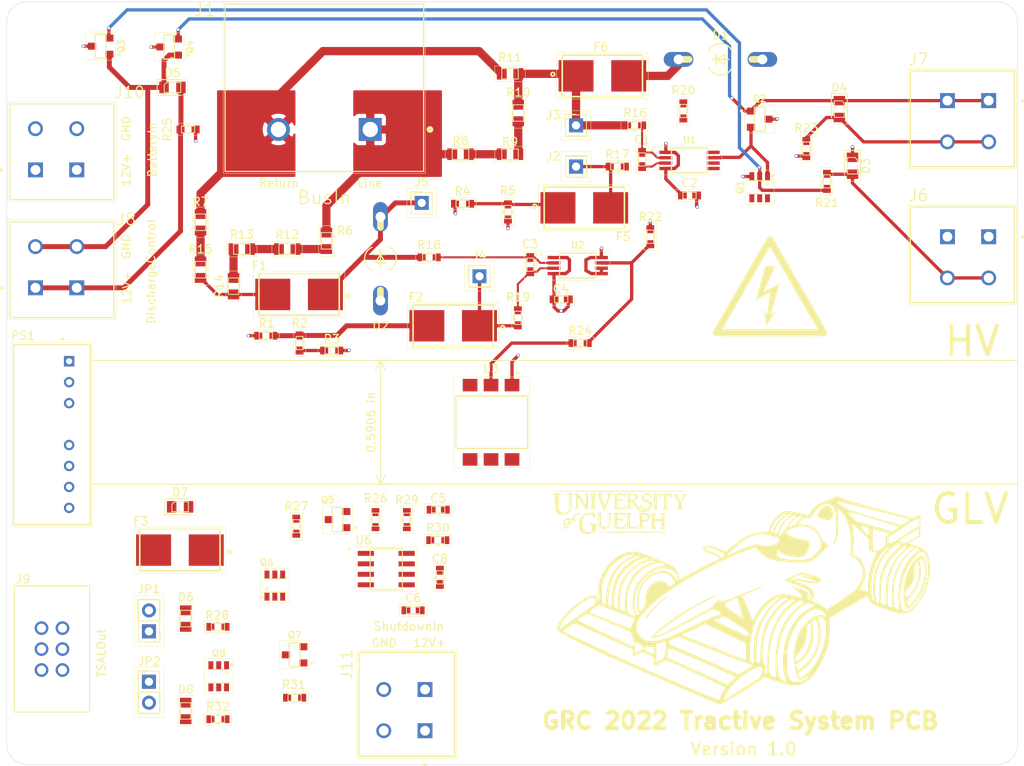
<source format=kicad_pcb>
(kicad_pcb (version 20171130) (host pcbnew "(5.1.12)-1")
  (layers (0 F.Cu signal) (1 GND power hide) (2 PWR power hide) (31 B.Cu signal) (34 B.Paste user) (35 F.Paste user) (36 B.SilkS user) (37 F.SilkS user) (38 B.Mask user) (39 F.Mask user) (44 Edge.Cuts user))
  (net 0 "")
  (net 1 /LM311V+)
  (net 2 /LM311V-)
  (net 3 VCC)
  (net 4 "Net-(C6-Pad1)")
  (net 5 +12V)
  (net 6 /TSALBus)
  (net 7 /TSALREF)
  (net 8 BusReturn)
  (net 9 BusLine)
  (net 10 Green+)
  (net 11 GLV+)
  (net 12 GLV-)
  (net 13 RED+)
  (net 14 Shutdown+)
  (net 15 "Net-(PS1-Pad5)")
  (net 16 "Net-(PS1-Pad8)")
  (net 17 "Net-(Q5-Pad2)")
  (net 18 "Net-(R2-Pad1)")
  (net 19 "Net-(R12-Pad2)")
  (net 20 "Net-(R15-Pad2)")
  (net 21 "Net-(R8-Pad2)")
  (net 22 "Net-(R10-Pad1)")
  (net 23 "Net-(R12-Pad1)")
  (net 24 "Net-(R13-Pad2)")
  (net 25 /CompOut)
  (net 26 "Net-(R24-Pad2)")
  (net 27 "Net-(U3-Pad6)")
  (net 28 "Net-(U3-Pad3)")
  (net 29 /PrechargeV-)
  (net 30 /PreChargeV+)
  (net 31 /PrechargeOUT)
  (net 32 /PrechargeTP-)
  (net 33 /PrechargeRef)
  (net 34 AIROn)
  (net 35 PreChargeOn)
  (net 36 GND)
  (net 37 /PreChargePullup)
  (net 38 /555Trigger)
  (net 39 /PrechargeRelayOut)
  (net 40 /AIROut)
  (net 41 /DischargeOut)
  (net 42 /DischargeIn)
  (net 43 /OBLEDResistorGreen)
  (net 44 /OBLEDGreen)
  (net 45 /OBLEDRed)
  (net 46 /OBLEDResistorRed)
  (net 47 /TSALRef)
  (net 48 /TSALCommon)
  (net 49 /Ec3Out+)
  (net 50 /555Reset)
  (net 51 /555Ouput)
  (net 52 /555Drive)
  (net 53 /555DischargePullup)
  (module GRC2022:TRANS_MMBT2907A (layer F.Cu) (at 129.2 36.5 180)
    (fp_text reference Q4 (at -2.5 0 270) (layer F.SilkS) (effects (font (size 0.8 0.8))))
    (fp_text value 2N7002)
    (pad 2 smd rect (at -1.05 0.98 90) (size 0.85 1) (layers F.Cu F.Paste F.Mask) (net 34 AIROn))
    (pad 1 smd rect (at -1.05 -0.98 90) (size 0.85 1) (layers F.Cu F.Paste F.Mask) (net 42 /DischargeIn))
    (pad 3 smd rect (at 1.05 0 90) (size 0.85 1) (layers F.Cu F.Paste F.Mask) (net 5 +12V))
  )
  (module Footprints:PCB (layer F.Cu) (at 198.8 103.6)
    (fp_text reference G*** hide)
    (fp_text value LOGO hide)
  )
  (module Footprints:UofGLogo (layer F.Cu) (at 183.8 93)
    (fp_text reference G*** hide)
    (fp_text value LOGO hide)
  )
  (module Footprints:HVLogo (layer F.Cu) (at 202 65.5)
    (fp_text reference G*** hide)
    (fp_text value LOGO hide)
  )
  (module GRC2022:CUI_TBL001-500-02GY-2GY (layer F.Cu) (at 160.2 119.4 180)
    (fp_text reference J11 (at 9.5 8 90) (layer F.SilkS) (effects (font (size 1.4 1.4))))
    (fp_text value ShutdownIn)
    (pad 2 thru_hole circle (at 5 5 180) (size 1.8 1.8) (drill 1.2) (layers *.Cu *.Mask) (net 11 GLV+))
    (pad 1 thru_hole rect (at 0 5 180) (size 1.8 1.8) (drill 1.2) (layers *.Cu *.Mask) (net 14 Shutdown+))
    (pad 2 thru_hole circle (at 5 0 180) (size 1.8 1.8) (drill 1.2) (layers *.Cu *.Mask) (net 11 GLV+))
    (pad 1 thru_hole rect (at 0 0 180) (size 1.8 1.8) (drill 1.2) (layers *.Cu *.Mask) (net 14 Shutdown+))
  )
  (module GRC2022:CUI_TBL001-500-02GY-2GY (layer F.Cu) (at 113 51.4 90)
    (fp_text reference J10 (at 9.4 11.4) (layer F.SilkS) (effects (font (size 1.4 1.4))))
    (fp_text value BatteryIn)
    (pad 2 thru_hole circle (at 5 5 90) (size 1.8 1.8) (drill 1.2) (layers *.Cu *.Mask) (net 36 GND))
    (pad 1 thru_hole rect (at 0 5 90) (size 1.8 1.8) (drill 1.2) (layers *.Cu *.Mask) (net 5 +12V))
    (pad 2 thru_hole circle (at 5 0 90) (size 1.8 1.8) (drill 1.2) (layers *.Cu *.Mask) (net 36 GND))
    (pad 1 thru_hole rect (at 0 0 90) (size 1.8 1.8) (drill 1.2) (layers *.Cu *.Mask) (net 5 +12V))
  )
  (module GRC2022:CUI_TBL001-500-02GY-2GY (layer F.Cu) (at 113 65.7 90)
    (fp_text reference J8 (at 8.3 11) (layer F.SilkS) (effects (font (size 1.4 1.4))))
    (fp_text value "Discharge Relay Out")
    (pad 2 thru_hole circle (at 5 5 90) (size 1.8 1.8) (drill 1.2) (layers *.Cu *.Mask) (net 42 /DischargeIn))
    (pad 1 thru_hole rect (at 0 5 90) (size 1.8 1.8) (drill 1.2) (layers *.Cu *.Mask) (net 41 /DischargeOut))
    (pad 2 thru_hole circle (at 5 0 90) (size 1.8 1.8) (drill 1.2) (layers *.Cu *.Mask) (net 42 /DischargeIn))
    (pad 1 thru_hole rect (at 0 0 90) (size 1.8 1.8) (drill 1.2) (layers *.Cu *.Mask) (net 41 /DischargeOut))
  )
  (module GRC2022:CUI_TBL001-500-02GY-2GY (layer F.Cu) (at 228.5 43 270)
    (fp_text reference J7 (at -5 8.5 180) (layer F.SilkS) (effects (font (size 1.4 1.4))))
    (fp_text value AIROut)
    (pad 2 thru_hole circle (at 5 5 270) (size 1.8 1.8) (drill 1.2) (layers *.Cu *.Mask) (net 40 /AIROut))
    (pad 1 thru_hole rect (at 0 5 270) (size 1.8 1.8) (drill 1.2) (layers *.Cu *.Mask) (net 34 AIROn))
    (pad 2 thru_hole circle (at 5 0 270) (size 1.8 1.8) (drill 1.2) (layers *.Cu *.Mask) (net 40 /AIROut))
    (pad 1 thru_hole rect (at 0 0 270) (size 1.8 1.8) (drill 1.2) (layers *.Cu *.Mask) (net 34 AIROn))
  )
  (module GRC2022:CUI_TBL001-500-02GY-2GY (layer F.Cu) (at 228.5 59.5 270)
    (fp_text reference J6 (at -5 8.5 180) (layer F.SilkS) (effects (font (size 1.4 1.4))))
    (fp_text value "PreCharge Relay Out")
    (pad 2 thru_hole circle (at 5 5 270) (size 1.8 1.8) (drill 1.2) (layers *.Cu *.Mask) (net 39 /PrechargeRelayOut))
    (pad 1 thru_hole rect (at 0 5 270) (size 1.8 1.8) (drill 1.2) (layers *.Cu *.Mask) (net 5 +12V))
    (pad 2 thru_hole circle (at 5 0 270) (size 1.8 1.8) (drill 1.2) (layers *.Cu *.Mask) (net 39 /PrechargeRelayOut))
    (pad 1 thru_hole rect (at 0 0 270) (size 1.8 1.8) (drill 1.2) (layers *.Cu *.Mask) (net 5 +12V))
  )
  (module GRC2022:R_0805 (layer F.Cu) (at 133 57.75 90)
    (fp_text reference R7 (at 2.5 0 180) (layer F.SilkS))
    (fp_text value 22kΩ)
    (pad 2 smd rect (at 1 0 90) (size 1.2 1.4) (layers F.Cu F.Paste F.Mask) (net 8 BusReturn))
    (pad 1 smd rect (at -1 0 90) (size 1.2 1.4) (layers F.Cu F.Paste F.Mask) (net 20 "Net-(R15-Pad2)"))
  )
  (module GRC2022:SOD57-10 (layer F.Cu) (at 154.8 62.17 270)
    (fp_text reference D2 (at 8.17 0) (layer F.SilkS) (effects (font (size 1.0003 1.0003))))
    (fp_text value 12V)
    (pad 1 thru_hole oval (at -5.08 0 270) (size 3.5814 1.7907) (drill 1.1938) (layers *.Cu *.Mask) (net 6 /TSALBus))
    (pad 2 thru_hole oval (at 5.08 0 270) (size 3.5814 1.7907) (drill 1.1938) (layers *.Cu *.Mask) (net 36 GND))
  )
  (module GRC2022:SOD57-10 (layer F.Cu) (at 196 38)
    (fp_text reference D1 (at 0 -2.9218) (layer F.SilkS) (effects (font (size 1.0003 1.0003))))
    (fp_text value 12V)
    (pad 2 thru_hole oval (at 5.08 0) (size 3.5814 1.7907) (drill 1.1938) (layers *.Cu *.Mask) (net 36 GND))
    (pad 1 thru_hole oval (at -5.08 0) (size 3.5814 1.7907) (drill 1.1938) (layers *.Cu *.Mask) (net 33 /PrechargeRef))
  )
  (module GRC2022:TRANS_MMBT2907A (layer F.Cu) (at 144.4 110.2 180)
    (fp_text reference Q7 (at 0 2.4) (layer F.SilkS) (effects (font (size 0.8 0.8))))
    (fp_text value 2N7002)
    (pad 2 smd rect (at -1.05 0.98 90) (size 0.85 1) (layers F.Cu F.Paste F.Mask) (net 51 /555Ouput))
    (pad 1 smd rect (at -1.05 -0.98 90) (size 0.85 1) (layers F.Cu F.Paste F.Mask) (net 11 GLV+))
    (pad 3 smd rect (at 1.05 0 90) (size 0.85 1) (layers F.Cu F.Paste F.Mask) (net 52 /555Drive))
  )
  (module GRC2022:C_0603 (layer F.Cu) (at 186.5 50.1375 270)
    (fp_text reference C1 (at -2.3875 0 180) (layer F.SilkS))
    (fp_text value 10nF)
    (pad 2 smd rect (at 0.8625 0 270) (size 1.075 0.95) (layers F.Cu F.Paste F.Mask) (net 29 /PrechargeV-))
    (pad 1 smd rect (at -0.8625 0 270) (size 1.075 0.95) (layers F.Cu F.Paste F.Mask) (net 30 /PreChargeV+))
  )
  (module GRC2022:C_0603 (layer F.Cu) (at 192.25 54.5)
    (fp_text reference C2 (at 0 -1.5) (layer F.SilkS))
    (fp_text value 0.1uF)
    (pad 1 smd rect (at -0.8625 0) (size 1.075 0.95) (layers F.Cu F.Paste F.Mask) (net 36 GND))
    (pad 2 smd rect (at 0.8625 0) (size 1.075 0.95) (layers F.Cu F.Paste F.Mask) (net 36 GND))
  )
  (module GRC2022:C_0603 (layer F.Cu) (at 172.95 62.8875 270)
    (fp_text reference C3 (at -2.5 0 180) (layer F.SilkS))
    (fp_text value 10nF)
    (pad 1 smd rect (at -0.8625 0 270) (size 1.075 0.95) (layers F.Cu F.Paste F.Mask) (net 1 /LM311V+))
    (pad 2 smd rect (at 0.8625 0 270) (size 1.075 0.95) (layers F.Cu F.Paste F.Mask) (net 2 /LM311V-))
  )
  (module GRC2022:C_0603 (layer F.Cu) (at 176.7 67.1)
    (fp_text reference C4 (at -0.0375 -1.3) (layer F.SilkS))
    (fp_text value 0.1uF)
    (pad 2 smd rect (at 0.8625 0) (size 1.075 0.95) (layers F.Cu F.Paste F.Mask) (net 36 GND))
    (pad 1 smd rect (at -0.8625 0) (size 1.075 0.95) (layers F.Cu F.Paste F.Mask) (net 36 GND))
  )
  (module GRC2022:C_0603 (layer F.Cu) (at 161.8 92.6 180)
    (fp_text reference C5 (at 0 1.4) (layer F.SilkS))
    (fp_text value 100nF)
    (pad 1 smd rect (at -0.8625 0 180) (size 1.075 0.95) (layers F.Cu F.Paste F.Mask) (net 3 VCC))
    (pad 2 smd rect (at 0.8625 0 180) (size 1.075 0.95) (layers F.Cu F.Paste F.Mask) (net 11 GLV+))
  )
  (module GRC2022:C_0603 (layer F.Cu) (at 158.75 104.8)
    (fp_text reference C6 (at 0 -1.5) (layer F.SilkS))
    (fp_text value 100nF)
    (pad 2 smd rect (at 0.8625 0) (size 1.075 0.95) (layers F.Cu F.Paste F.Mask) (net 11 GLV+))
    (pad 1 smd rect (at -0.8625 0) (size 1.075 0.95) (layers F.Cu F.Paste F.Mask) (net 4 "Net-(C6-Pad1)"))
  )
  (module GRC2022:C_0603 (layer F.Cu) (at 162 100.8 270)
    (fp_text reference C8 (at -2.25 0 180) (layer F.SilkS))
    (fp_text value 1μF)
    (pad 1 smd rect (at -0.8625 0 270) (size 1.075 0.95) (layers F.Cu F.Paste F.Mask) (net 38 /555Trigger))
    (pad 2 smd rect (at 0.8625 0 270) (size 1.075 0.95) (layers F.Cu F.Paste F.Mask) (net 11 GLV+))
  )
  (module GRC2022:SD0805S040S0R5 (layer F.Cu) (at 212 50.9 270)
    (fp_text reference D3 (at 0.025 -1.6 90) (layer F.SilkS))
    (fp_text value Flyback)
    (pad 1 smd rect (at -1.025 0 270) (size 1.15 1.4) (layers F.Cu F.Paste F.Mask) (net 5 +12V))
    (pad 2 smd rect (at 1.025 0 270) (size 1.15 1.4) (layers F.Cu F.Paste F.Mask) (net 39 /PrechargeRelayOut))
  )
  (module GRC2022:SD0805S040S0R5 (layer F.Cu) (at 210.4 44.025 270)
    (fp_text reference D4 (at -2.6 0 180) (layer F.SilkS))
    (fp_text value Flyback)
    (pad 1 smd rect (at -1.025 0 270) (size 1.15 1.4) (layers F.Cu F.Paste F.Mask) (net 34 AIROn))
    (pad 2 smd rect (at 1.025 0 270) (size 1.15 1.4) (layers F.Cu F.Paste F.Mask) (net 40 /AIROut))
  )
  (module GRC2022:SD0805S040S0R5 (layer F.Cu) (at 129.6 41.4)
    (fp_text reference D5 (at 0 -1.75) (layer F.SilkS))
    (fp_text value Flyback)
    (pad 2 smd rect (at 1.025 0) (size 1.15 1.4) (layers F.Cu F.Paste F.Mask) (net 41 /DischargeOut))
    (pad 1 smd rect (at -1.025 0) (size 1.15 1.4) (layers F.Cu F.Paste F.Mask) (net 42 /DischargeIn))
  )
  (module GRC2022:SunLED (layer F.Cu) (at 131.2 105.8 90)
    (fp_text reference D6 (at 2.6 0 180) (layer F.SilkS))
    (fp_text value LED)
    (pad 1 smd rect (at -1 0 90) (size 1.2 1.4) (layers F.Cu F.Paste F.Mask) (net 43 /OBLEDResistorGreen))
    (pad 2 smd rect (at 1 0 90) (size 1.2 1.4) (layers F.Cu F.Paste F.Mask) (net 44 /OBLEDGreen))
  )
  (module GRC2022:SD0805S040S0R5 (layer F.Cu) (at 130.525 92.25)
    (fp_text reference D7 (at 0 -1.75) (layer F.SilkS))
    (fp_text value D)
    (pad 1 smd rect (at -1.025 0) (size 1.15 1.4) (layers F.Cu F.Paste F.Mask) (net 11 GLV+))
    (pad 2 smd rect (at 1.025 0) (size 1.15 1.4) (layers F.Cu F.Paste F.Mask) (net 3 VCC))
  )
  (module GRC2022:SunLED (layer F.Cu) (at 131.2 117 90)
    (fp_text reference D8 (at 2.6 0 180) (layer F.SilkS))
    (fp_text value LED)
    (pad 2 smd rect (at 1 0 90) (size 1.2 1.4) (layers F.Cu F.Paste F.Mask) (net 45 /OBLEDRed))
    (pad 1 smd rect (at -1 0 90) (size 1.2 1.4) (layers F.Cu F.Paste F.Mask) (net 46 /OBLEDResistorRed))
  )
  (module GRC2022:FUSE_0154004.DRTL (layer F.Cu) (at 144.94 66.5 180)
    (fp_text reference F1 (at 4.81 3.5) (layer F.SilkS) (effects (font (size 1.0018 1.0018))))
    (fp_text value Fuse_Small)
    (pad 1 smd rect (at -3.19 0 180) (size 4.24 3.81) (layers F.Cu F.Paste F.Mask) (net 6 /TSALBus))
    (pad 2 smd rect (at 3.19 0 180) (size 4.24 3.81) (layers F.Cu F.Paste F.Mask) (net 47 /TSALRef))
  )
  (module GRC2022:FUSE_0154004.DRTL (layer F.Cu) (at 163.61 70.3 180)
    (fp_text reference F2 (at 4.5 3.5) (layer F.SilkS) (effects (font (size 1.0018 1.0018))))
    (fp_text value Fuse_Small)
    (pad 2 smd rect (at 3.19 0 180) (size 4.24 3.81) (layers F.Cu F.Paste F.Mask) (net 7 /TSALREF))
    (pad 1 smd rect (at -3.19 0 180) (size 4.24 3.81) (layers F.Cu F.Paste F.Mask) (net 48 /TSALCommon))
  )
  (module GRC2022:FUSE_0154004.DRTL (layer F.Cu) (at 130.5 97.5 180)
    (fp_text reference F3 (at 4.75 3.5) (layer F.SilkS) (effects (font (size 1.0018 1.0018))))
    (fp_text value Fuse_Small)
    (pad 1 smd rect (at -3.19 0 180) (size 4.24 3.81) (layers F.Cu F.Paste F.Mask) (net 3 VCC))
    (pad 2 smd rect (at 3.19 0 180) (size 4.24 3.81) (layers F.Cu F.Paste F.Mask) (net 49 /Ec3Out+))
  )
  (module GRC2022:FUSE_0154004.DRTL (layer F.Cu) (at 179.5 56)
    (fp_text reference F5 (at 4.69 3.5) (layer F.SilkS) (effects (font (size 1.0018 1.0018))))
    (fp_text value Fuse_Small)
    (pad 2 smd rect (at 3.19 0) (size 4.24 3.81) (layers F.Cu F.Paste F.Mask) (net 32 /PrechargeTP-))
    (pad 1 smd rect (at -3.19 0) (size 4.24 3.81) (layers F.Cu F.Paste F.Mask) (net 33 /PrechargeRef))
  )
  (module GRC2022:FUSE_0154004.DRTL (layer F.Cu) (at 181.69 40)
    (fp_text reference F6 (at -0.19 -3.5) (layer F.SilkS) (effects (font (size 1.0018 1.0018))))
    (fp_text value Fuse_Small)
    (pad 2 smd rect (at 3.19 0) (size 4.24 3.81) (layers F.Cu F.Paste F.Mask) (net 33 /PrechargeRef))
    (pad 1 smd rect (at -3.19 0) (size 4.24 3.81) (layers F.Cu F.Paste F.Mask) (net 33 /PrechargeRef))
  )
  (module GRC2022:TE_8PCV-02-006 (layer F.Cu) (at 148 46.5 180)
    (fp_text reference J1 (at 14.5 14.5) (layer F.SilkS) (effects (font (size 1.6032 1.6032))))
    (fp_text value BusIn (at 0 -8.25) (layer F.SilkS) (effects (font (size 1.6021 1.6021))))
    (pad 1 thru_hole rect (at -5.5626 0 180) (size 2.7813 2.7813) (drill 1.8542) (layers *.Cu *.Mask) (net 9 BusLine))
    (pad 2 thru_hole circle (at 5.5626 0 180) (size 2.7813 2.7813) (drill 1.8542) (layers *.Cu *.Mask) (net 8 BusReturn))
  )
  (module GRC2022:SinglePinHeader (layer F.Cu) (at 178.5 51 180)
    (fp_text reference J2 (at 2.75 1.25) (layer F.SilkS))
    (fp_text value Conn_01x01)
    (pad 1 thru_hole rect (at 0 0 180) (size 1.7 1.7) (drill 1) (layers *.Cu *.Mask) (net 32 /PrechargeTP-))
  )
  (module GRC2022:SinglePinHeader (layer F.Cu) (at 178.5 46)
    (fp_text reference J3 (at -2.75 -1.25) (layer F.SilkS))
    (fp_text value Conn_01x01)
    (pad 1 thru_hole rect (at 0 0) (size 1.7 1.7) (drill 1) (layers *.Cu *.Mask) (net 33 /PrechargeRef))
  )
  (module GRC2022:SinglePinHeader (layer F.Cu) (at 166.8 64.3)
    (fp_text reference J4 (at 0 -2.5) (layer F.SilkS))
    (fp_text value Conn_01x01)
    (pad 1 thru_hole rect (at 0 0) (size 1.7 1.7) (drill 1) (layers *.Cu *.Mask) (net 48 /TSALCommon))
  )
  (module GRC2022:SinglePinHeader (layer F.Cu) (at 159.8 55.4)
    (fp_text reference J5 (at 0 -2.5) (layer F.SilkS))
    (fp_text value Conn_01x01)
    (pad 1 thru_hole rect (at 0 0) (size 1.7 1.7) (drill 1) (layers *.Cu *.Mask) (net 6 /TSALBus))
  )
  (module GRC2022:Molex (layer F.Cu) (at 115 109.5 270)
    (fp_text reference J9 (at -8.5 3.5 180) (layer F.SilkS))
    (fp_text value "PCB OUT")
    (pad 2 thru_hole circle (at -2.54 -1.27 270) (size 1.65 1.65) (drill 1.1) (layers *.Cu *.Mask) (net 10 Green+))
    (pad 1 thru_hole circle (at -2.54 1.27 270) (size 1.65 1.65) (drill 1.1) (layers *.Cu *.Mask) (net 11 GLV+))
    (pad 4 thru_hole circle (at 0 -1.27 270) (size 1.65 1.65) (drill 1.1) (layers *.Cu *.Mask) (net 12 GLV-))
    (pad 3 thru_hole circle (at 0 1.27 270) (size 1.65 1.65) (drill 1.1) (layers *.Cu *.Mask) (net 13 RED+))
    (pad 6 thru_hole circle (at 2.54 -1.27 270) (size 1.65 1.65) (drill 1.1) (layers *.Cu *.Mask) (net 12 GLV-))
    (pad 5 thru_hole circle (at 2.54 1.27 270) (size 1.65 1.65) (drill 1.1) (layers *.Cu *.Mask) (net 12 GLV-))
  )
  (module GRC2022:DualPinHeader (layer F.Cu) (at 126.75 107.35 180)
    (fp_text reference JP1 (at 0 5.1) (layer F.SilkS))
    (fp_text value Jumper)
    (pad 2 thru_hole oval (at 0 2.54 180) (size 1.7 1.7) (drill 1) (layers *.Cu *.Mask) (net 44 /OBLEDGreen))
    (pad 1 thru_hole rect (at 0 0 180) (size 1.7 1.7) (drill 1) (layers *.Cu *.Mask) (net 10 Green+))
  )
  (module GRC2022:DualPinHeader (layer F.Cu) (at 126.75 113.46)
    (fp_text reference JP2 (at 0.05 -2.46) (layer F.SilkS))
    (fp_text value Jumper)
    (pad 1 thru_hole rect (at 0 0) (size 1.7 1.7) (drill 1) (layers *.Cu *.Mask) (net 13 RED+))
    (pad 2 thru_hole oval (at 0 2.54) (size 1.7 1.7) (drill 1) (layers *.Cu *.Mask) (net 45 /OBLEDRed))
  )
  (module GRC2022:EC3SAW-24S12P (layer F.Cu) (at 115 83.5 270)
    (fp_text reference PS1 (at -12 3.5 180) (layer F.SilkS))
    (fp_text value EC3SAW-24S12P)
    (pad 1 thru_hole rect (at -8.9 -2.075 270) (size 1.258 1.258) (drill 0.75) (layers *.Cu *.Mask) (net 36 GND))
    (pad 2 thru_hole circle (at -6.36 -2.075 270) (size 1.258 1.258) (drill 0.75) (layers *.Cu *.Mask) (net 5 +12V))
    (pad 3 thru_hole circle (at -3.82 -2.075 270) (size 1.258 1.258) (drill 0.75) (layers *.Cu *.Mask) (net 14 Shutdown+))
    (pad 5 thru_hole circle (at 1.26 -2.075 270) (size 1.258 1.258) (drill 0.75) (layers *.Cu *.Mask) (net 15 "Net-(PS1-Pad5)"))
    (pad 6 thru_hole circle (at 3.8 -2.075 270) (size 1.258 1.258) (drill 0.75) (layers *.Cu *.Mask) (net 49 /Ec3Out+))
    (pad 7 thru_hole circle (at 6.34 -2.075 270) (size 1.258 1.258) (drill 0.75) (layers *.Cu *.Mask) (net 11 GLV+))
    (pad 8 thru_hole circle (at 8.88 -2.075 270) (size 1.258 1.258) (drill 0.75) (layers *.Cu *.Mask) (net 16 "Net-(PS1-Pad8)"))
  )
  (module GRC2022:SOT95P280X100-6N (layer F.Cu) (at 200.75 53.5 270)
    (fp_text reference Q1 (at 0 2.4 90) (layer F.SilkS) (effects (font (size 0.8218 0.8218))))
    (fp_text value TP0610T)
    (pad 2 smd rect (at -1.3 0 270) (size 1.05 0.6) (layers F.Cu F.Paste F.Mask) (net 35 PreChargeOn))
    (pad 1 smd rect (at -1.3 -0.95 270) (size 1.05 0.6) (layers F.Cu F.Paste F.Mask) (net 31 /PrechargeOUT))
    (pad 3 smd rect (at -1.3 0.95 270) (size 1.05 0.6) (layers F.Cu F.Paste F.Mask) (net 36 GND))
    (pad 5 smd rect (at 1.3 0 270) (size 1.05 0.6) (layers F.Cu F.Paste F.Mask))
    (pad 6 smd rect (at 1.3 -0.95 270) (size 1.05 0.6) (layers F.Cu F.Paste F.Mask))
    (pad 4 smd rect (at 1.3 0.95 270) (size 1.05 0.6) (layers F.Cu F.Paste F.Mask))
  )
  (module GRC2022:TRANS_MMBT2907A (layer F.Cu) (at 200.75 45.25)
    (fp_text reference Q2 (at 0 -2.5) (layer F.SilkS) (effects (font (size 0.8 0.8))))
    (fp_text value 2N7002)
    (pad 2 smd rect (at -1.05 0.98 270) (size 0.85 1) (layers F.Cu F.Paste F.Mask) (net 31 /PrechargeOUT))
    (pad 1 smd rect (at -1.05 -0.98 270) (size 0.85 1) (layers F.Cu F.Paste F.Mask) (net 34 AIROn))
    (pad 3 smd rect (at 1.05 0 270) (size 0.85 1) (layers F.Cu F.Paste F.Mask) (net 5 +12V))
  )
  (module GRC2022:TRANS_MMBT2907A (layer F.Cu) (at 120.9 36.4 180)
    (fp_text reference Q3 (at -2.5 0 270) (layer F.SilkS) (effects (font (size 0.8 0.8))))
    (fp_text value 2N7002)
    (pad 3 smd rect (at 1.05 0 90) (size 0.85 1) (layers F.Cu F.Paste F.Mask) (net 5 +12V))
    (pad 1 smd rect (at -1.05 -0.98 90) (size 0.85 1) (layers F.Cu F.Paste F.Mask) (net 42 /DischargeIn))
    (pad 2 smd rect (at -1.05 0.98 90) (size 0.85 1) (layers F.Cu F.Paste F.Mask) (net 35 PreChargeOn))
  )
  (module GRC2022:TRANS_MMBT2907A (layer F.Cu) (at 149.6 93.8 180)
    (fp_text reference Q5 (at 1.2 2.4) (layer F.SilkS) (effects (font (size 0.8 0.8))))
    (fp_text value 2N7002)
    (pad 3 smd rect (at 1.05 0 90) (size 0.85 1) (layers F.Cu F.Paste F.Mask) (net 50 /555Reset))
    (pad 1 smd rect (at -1.05 -0.98 90) (size 0.85 1) (layers F.Cu F.Paste F.Mask) (net 11 GLV+))
    (pad 2 smd rect (at -1.05 0.98 90) (size 0.85 1) (layers F.Cu F.Paste F.Mask) (net 17 "Net-(Q5-Pad2)"))
  )
  (module GRC2022:SOT95P280X100-6N (layer F.Cu) (at 142 101.8 90)
    (fp_text reference Q6 (at 2.8 -1 180) (layer F.SilkS) (effects (font (size 0.8218 0.8218))))
    (fp_text value TP0610T)
    (pad 4 smd rect (at 1.3 0.95 90) (size 1.05 0.6) (layers F.Cu F.Paste F.Mask))
    (pad 6 smd rect (at 1.3 -0.95 90) (size 1.05 0.6) (layers F.Cu F.Paste F.Mask))
    (pad 5 smd rect (at 1.3 0 90) (size 1.05 0.6) (layers F.Cu F.Paste F.Mask))
    (pad 3 smd rect (at -1.3 0.95 90) (size 1.05 0.6) (layers F.Cu F.Paste F.Mask) (net 11 GLV+))
    (pad 1 smd rect (at -1.3 -0.95 90) (size 1.05 0.6) (layers F.Cu F.Paste F.Mask) (net 50 /555Reset))
    (pad 2 smd rect (at -1.3 0 90) (size 1.05 0.6) (layers F.Cu F.Paste F.Mask) (net 10 Green+))
  )
  (module GRC2022:SOT95P280X100-6N (layer F.Cu) (at 135.2 112.8 270)
    (fp_text reference Q8 (at -2.8 0 180) (layer F.SilkS) (effects (font (size 0.8218 0.8218))))
    (fp_text value TP0610T)
    (pad 2 smd rect (at -1.3 0 270) (size 1.05 0.6) (layers F.Cu F.Paste F.Mask) (net 13 RED+))
    (pad 1 smd rect (at -1.3 -0.95 270) (size 1.05 0.6) (layers F.Cu F.Paste F.Mask) (net 52 /555Drive))
    (pad 3 smd rect (at -1.3 0.95 270) (size 1.05 0.6) (layers F.Cu F.Paste F.Mask) (net 11 GLV+))
    (pad 5 smd rect (at 1.3 0 270) (size 1.05 0.6) (layers F.Cu F.Paste F.Mask))
    (pad 6 smd rect (at 1.3 -0.95 270) (size 1.05 0.6) (layers F.Cu F.Paste F.Mask))
    (pad 4 smd rect (at 1.3 0.95 270) (size 1.05 0.6) (layers F.Cu F.Paste F.Mask))
  )
  (module GRC2022:R_0603 (layer F.Cu) (at 140.9125 71.5 180)
    (fp_text reference R1 (at -0.0875 1.5) (layer F.SilkS))
    (fp_text value 1.3kΩ)
    (pad 1 smd rect (at -0.9125 0 180) (size 0.975 0.95) (layers F.Cu F.Paste F.Mask) (net 7 /TSALREF))
    (pad 2 smd rect (at 0.9125 0 180) (size 0.975 0.95) (layers F.Cu F.Paste F.Mask) (net 5 +12V))
  )
  (module GRC2022:R_0603 (layer F.Cu) (at 145 72.3875 90)
    (fp_text reference R2 (at 2.3875 0 180) (layer F.SilkS))
    (fp_text value 1.3kΩ)
    (pad 2 smd rect (at 0.9125 0 90) (size 0.975 0.95) (layers F.Cu F.Paste F.Mask) (net 7 /TSALREF))
    (pad 1 smd rect (at -0.9125 0 90) (size 0.975 0.95) (layers F.Cu F.Paste F.Mask) (net 18 "Net-(R2-Pad1)"))
  )
  (module GRC2022:R_0603 (layer F.Cu) (at 148.8875 73.3 180)
    (fp_text reference R3 (at -0.0125 1.4) (layer F.SilkS))
    (fp_text value 1.3kΩ)
    (pad 1 smd rect (at -0.9125 0 180) (size 0.975 0.95) (layers F.Cu F.Paste F.Mask) (net 36 GND))
    (pad 2 smd rect (at 0.9125 0 180) (size 0.975 0.95) (layers F.Cu F.Paste F.Mask) (net 18 "Net-(R2-Pad1)"))
  )
  (module GRC2022:R_0603 (layer F.Cu) (at 164.75 55.5)
    (fp_text reference R4 (at 0 -1.5) (layer F.SilkS))
    (fp_text value 4.7kΩ)
    (pad 2 smd rect (at 0.9125 0) (size 0.975 0.95) (layers F.Cu F.Paste F.Mask) (net 33 /PrechargeRef))
    (pad 1 smd rect (at -0.9125 0) (size 0.975 0.95) (layers F.Cu F.Paste F.Mask) (net 5 +12V))
  )
  (module GRC2022:R_0603 (layer F.Cu) (at 170.25 56.5 270)
    (fp_text reference R5 (at -2.5875 0 180) (layer F.SilkS))
    (fp_text value 6.8kΩ)
    (pad 1 smd rect (at -0.9125 0 270) (size 0.975 0.95) (layers F.Cu F.Paste F.Mask) (net 33 /PrechargeRef))
    (pad 2 smd rect (at 0.9125 0 270) (size 0.975 0.95) (layers F.Cu F.Paste F.Mask) (net 36 GND))
  )
  (module GRC2022:R_0805 (layer F.Cu) (at 148.25 60 90)
    (fp_text reference R6 (at 1.25 2.25 180) (layer F.SilkS))
    (fp_text value 249kΩ)
    (pad 2 smd rect (at 1 0 90) (size 1.2 1.4) (layers F.Cu F.Paste F.Mask) (net 9 BusLine))
    (pad 1 smd rect (at -1 0 90) (size 1.2 1.4) (layers F.Cu F.Paste F.Mask) (net 19 "Net-(R12-Pad2)"))
  )
  (module GRC2022:R_0805 (layer F.Cu) (at 164.5 49.5)
    (fp_text reference R8 (at 0 -1.65) (layer F.SilkS))
    (fp_text value 150kOhm)
    (pad 1 smd rect (at -1 0) (size 1.2 1.4) (layers F.Cu F.Paste F.Mask) (net 9 BusLine))
    (pad 2 smd rect (at 1 0) (size 1.2 1.4) (layers F.Cu F.Paste F.Mask) (net 21 "Net-(R8-Pad2)"))
  )
  (module GRC2022:R_0805 (layer F.Cu) (at 170.5 49.5)
    (fp_text reference R9 (at 0 -1.5) (layer F.SilkS))
    (fp_text value 150kOhm)
    (pad 2 smd rect (at 1 0) (size 1.2 1.4) (layers F.Cu F.Paste F.Mask) (net 22 "Net-(R10-Pad1)"))
    (pad 1 smd rect (at -1 0) (size 1.2 1.4) (layers F.Cu F.Paste F.Mask) (net 21 "Net-(R8-Pad2)"))
  )
  (module GRC2022:R_0805 (layer F.Cu) (at 171.5 44.5 90)
    (fp_text reference R10 (at 2.5 0 180) (layer F.SilkS))
    (fp_text value 150kOhm)
    (pad 1 smd rect (at -1 0 90) (size 1.2 1.4) (layers F.Cu F.Paste F.Mask) (net 22 "Net-(R10-Pad1)"))
    (pad 2 smd rect (at 1 0 90) (size 1.2 1.4) (layers F.Cu F.Paste F.Mask) (net 33 /PrechargeRef))
  )
  (module GRC2022:R_0805 (layer F.Cu) (at 170.5 39.75 180)
    (fp_text reference R11 (at 0 2) (layer F.SilkS))
    (fp_text value 4kOhm)
    (pad 1 smd rect (at -1 0 180) (size 1.2 1.4) (layers F.Cu F.Paste F.Mask) (net 33 /PrechargeRef))
    (pad 2 smd rect (at 1 0 180) (size 1.2 1.4) (layers F.Cu F.Paste F.Mask) (net 8 BusReturn))
  )
  (module GRC2022:R_0805 (layer F.Cu) (at 143.5 61)
    (fp_text reference R12 (at 0 -1.75) (layer F.SilkS))
    (fp_text value 249kΩ)
    (pad 1 smd rect (at -1 0) (size 1.2 1.4) (layers F.Cu F.Paste F.Mask) (net 23 "Net-(R12-Pad1)"))
    (pad 2 smd rect (at 1 0) (size 1.2 1.4) (layers F.Cu F.Paste F.Mask) (net 19 "Net-(R12-Pad2)"))
  )
  (module GRC2022:R_0805 (layer F.Cu) (at 138 61 180)
    (fp_text reference R13 (at 0 1.75) (layer F.SilkS))
    (fp_text value 249kΩ)
    (pad 2 smd rect (at 1 0 180) (size 1.2 1.4) (layers F.Cu F.Paste F.Mask) (net 24 "Net-(R13-Pad2)"))
    (pad 1 smd rect (at -1 0 180) (size 1.2 1.4) (layers F.Cu F.Paste F.Mask) (net 23 "Net-(R12-Pad1)"))
  )
  (module GRC2022:R_0805 (layer F.Cu) (at 137 65.5 270)
    (fp_text reference R14 (at 0 1.75 90) (layer F.SilkS))
    (fp_text value 249kΩ)
    (pad 2 smd rect (at 1 0 270) (size 1.2 1.4) (layers F.Cu F.Paste F.Mask) (net 47 /TSALRef))
    (pad 1 smd rect (at -1 0 270) (size 1.2 1.4) (layers F.Cu F.Paste F.Mask) (net 24 "Net-(R13-Pad2)"))
  )
  (module GRC2022:R_0805 (layer F.Cu) (at 133 63.5 90)
    (fp_text reference R15 (at 2.5 0 180) (layer F.SilkS))
    (fp_text value 49kΩ)
    (pad 1 smd rect (at -1 0 90) (size 1.2 1.4) (layers F.Cu F.Paste F.Mask) (net 47 /TSALRef))
    (pad 2 smd rect (at 1 0 90) (size 1.2 1.4) (layers F.Cu F.Paste F.Mask) (net 20 "Net-(R15-Pad2)"))
  )
  (module GRC2022:R_0603 (layer F.Cu) (at 185.5875 46 180)
    (fp_text reference R16 (at -0.0875 1.5) (layer F.SilkS))
    (fp_text value 100Ω)
    (pad 2 smd rect (at 0.9125 0 180) (size 0.975 0.95) (layers F.Cu F.Paste F.Mask) (net 33 /PrechargeRef))
    (pad 1 smd rect (at -0.9125 0 180) (size 0.975 0.95) (layers F.Cu F.Paste F.Mask) (net 30 /PreChargeV+))
  )
  (module GRC2022:R_0603 (layer F.Cu) (at 183.5 51 180)
    (fp_text reference R17 (at 0 1.5) (layer F.SilkS))
    (fp_text value 100Ω)
    (pad 1 smd rect (at -0.9125 0 180) (size 0.975 0.95) (layers F.Cu F.Paste F.Mask) (net 29 /PrechargeV-))
    (pad 2 smd rect (at 0.9125 0 180) (size 0.975 0.95) (layers F.Cu F.Paste F.Mask) (net 32 /PrechargeTP-))
  )
  (module GRC2022:R_0603 (layer F.Cu) (at 160.7 62 180)
    (fp_text reference R18 (at 0 1.5) (layer F.SilkS))
    (fp_text value 100Ω)
    (pad 1 smd rect (at -0.9125 0 180) (size 0.975 0.95) (layers F.Cu F.Paste F.Mask) (net 1 /LM311V+))
    (pad 2 smd rect (at 0.9125 0 180) (size 0.975 0.95) (layers F.Cu F.Paste F.Mask) (net 6 /TSALBus))
  )
  (module GRC2022:R_0603 (layer F.Cu) (at 171.45 69.3375 270)
    (fp_text reference R19 (at -2.5 0 180) (layer F.SilkS))
    (fp_text value 100Ω)
    (pad 2 smd rect (at 0.9125 0 270) (size 0.975 0.95) (layers F.Cu F.Paste F.Mask) (net 48 /TSALCommon))
    (pad 1 smd rect (at -0.9125 0 270) (size 0.975 0.95) (layers F.Cu F.Paste F.Mask) (net 2 /LM311V-))
  )
  (module GRC2022:R_0603 (layer F.Cu) (at 191.5 44.25 90)
    (fp_text reference R20 (at 2.5 0 180) (layer F.SilkS))
    (fp_text value 22kΩ)
    (pad 1 smd rect (at -0.9125 0 90) (size 0.975 0.95) (layers F.Cu F.Paste F.Mask) (net 31 /PrechargeOUT))
    (pad 2 smd rect (at 0.9125 0 90) (size 0.975 0.95) (layers F.Cu F.Paste F.Mask) (net 37 /PreChargePullup))
  )
  (module GRC2022:R_0603 (layer F.Cu) (at 208.9 52.7875 90)
    (fp_text reference R21 (at -2.5875 0 180) (layer F.SilkS))
    (fp_text value 0Ω)
    (pad 2 smd rect (at 0.9125 0 90) (size 0.975 0.95) (layers F.Cu F.Paste F.Mask) (net 39 /PrechargeRelayOut))
    (pad 1 smd rect (at -0.9125 0 90) (size 0.975 0.95) (layers F.Cu F.Paste F.Mask) (net 35 PreChargeOn))
  )
  (module GRC2022:R_0603 (layer F.Cu) (at 187.5 59.5 90)
    (fp_text reference R22 (at 2.4125 0 180) (layer F.SilkS))
    (fp_text value 22kΩ)
    (pad 1 smd rect (at -0.9125 0 90) (size 0.975 0.95) (layers F.Cu F.Paste F.Mask) (net 25 /CompOut))
    (pad 2 smd rect (at 0.9125 0 90) (size 0.975 0.95) (layers F.Cu F.Paste F.Mask) (net 5 +12V))
  )
  (module GRC2022:R_0603 (layer F.Cu) (at 206.4 48.8125 90)
    (fp_text reference R23 (at 2.5 0 180) (layer F.SilkS))
    (fp_text value 0Ω)
    (pad 2 smd rect (at 0.9125 0 90) (size 0.975 0.95) (layers F.Cu F.Paste F.Mask) (net 40 /AIROut))
    (pad 1 smd rect (at -0.9125 0 90) (size 0.975 0.95) (layers F.Cu F.Paste F.Mask) (net 36 GND))
  )
  (module GRC2022:R_0603 (layer F.Cu) (at 179 72.4 180)
    (fp_text reference R24 (at 0 1.5) (layer F.SilkS))
    (fp_text value 1.2kΩ)
    (pad 1 smd rect (at -0.9125 0 180) (size 0.975 0.95) (layers F.Cu F.Paste F.Mask) (net 25 /CompOut))
    (pad 2 smd rect (at 0.9125 0 180) (size 0.975 0.95) (layers F.Cu F.Paste F.Mask) (net 26 "Net-(R24-Pad2)"))
  )
  (module GRC2022:R_0603 (layer F.Cu) (at 131.4875 46.5 180)
    (fp_text reference R25 (at 2.5 0 270) (layer F.SilkS))
    (fp_text value 0Ω)
    (pad 2 smd rect (at 0.9125 0 180) (size 0.975 0.95) (layers F.Cu F.Paste F.Mask) (net 41 /DischargeOut))
    (pad 1 smd rect (at -0.9125 0 180) (size 0.975 0.95) (layers F.Cu F.Paste F.Mask) (net 36 GND))
  )
  (module GRC2022:R_0603 (layer F.Cu) (at 154.2 93.8 270)
    (fp_text reference R26 (at -2.5875 0 180) (layer F.SilkS))
    (fp_text value 10kΩ)
    (pad 1 smd rect (at -0.9125 0 270) (size 0.975 0.95) (layers F.Cu F.Paste F.Mask) (net 17 "Net-(Q5-Pad2)"))
    (pad 2 smd rect (at 0.9125 0 270) (size 0.975 0.95) (layers F.Cu F.Paste F.Mask) (net 11 GLV+))
  )
  (module GRC2022:R_0603 (layer F.Cu) (at 144.6 94.6 90)
    (fp_text reference R27 (at 2.4 0 180) (layer F.SilkS))
    (fp_text value 22kΩ)
    (pad 2 smd rect (at 0.9125 0 90) (size 0.975 0.95) (layers F.Cu F.Paste F.Mask) (net 50 /555Reset))
    (pad 1 smd rect (at -0.9125 0 90) (size 0.975 0.95) (layers F.Cu F.Paste F.Mask) (net 3 VCC))
  )
  (module GRC2022:R_0603 (layer F.Cu) (at 135.1125 106.8 180)
    (fp_text reference R28 (at 0.0875 1.4) (layer F.SilkS))
    (fp_text value 499Ω)
    (pad 1 smd rect (at -0.9125 0 180) (size 0.975 0.95) (layers F.Cu F.Paste F.Mask) (net 43 /OBLEDResistorGreen))
    (pad 2 smd rect (at 0.9125 0 180) (size 0.975 0.95) (layers F.Cu F.Paste F.Mask) (net 11 GLV+))
  )
  (module GRC2022:R_0603 (layer F.Cu) (at 158 93.8 270)
    (fp_text reference R29 (at -2.4 0 180) (layer F.SilkS))
    (fp_text value 22kΩ)
    (pad 1 smd rect (at -0.9125 0 270) (size 0.975 0.95) (layers F.Cu F.Paste F.Mask) (net 3 VCC))
    (pad 2 smd rect (at 0.9125 0 270) (size 0.975 0.95) (layers F.Cu F.Paste F.Mask) (net 53 /555DischargePullup))
  )
  (module GRC2022:R_0603 (layer F.Cu) (at 161.75 96.3)
    (fp_text reference R30 (at 0 -1.5) (layer F.SilkS))
    (fp_text value 220kΩ)
    (pad 2 smd rect (at 0.9125 0) (size 0.975 0.95) (layers F.Cu F.Paste F.Mask) (net 38 /555Trigger))
    (pad 1 smd rect (at -0.9125 0) (size 0.975 0.95) (layers F.Cu F.Paste F.Mask) (net 53 /555DischargePullup))
  )
  (module GRC2022:R_0603 (layer F.Cu) (at 144.4 115.4 180)
    (fp_text reference R31 (at 0.1125 1.6) (layer F.SilkS))
    (fp_text value 10kΩ)
    (pad 2 smd rect (at 0.9125 0 180) (size 0.975 0.95) (layers F.Cu F.Paste F.Mask) (net 52 /555Drive))
    (pad 1 smd rect (at -0.9125 0 180) (size 0.975 0.95) (layers F.Cu F.Paste F.Mask) (net 11 GLV+))
  )
  (module GRC2022:R_0603 (layer F.Cu) (at 135.1125 118)
    (fp_text reference R32 (at 0 -1.5) (layer F.SilkS))
    (fp_text value 499Ω)
    (pad 1 smd rect (at -0.9125 0) (size 0.975 0.95) (layers F.Cu F.Paste F.Mask) (net 46 /OBLEDResistorRed))
    (pad 2 smd rect (at 0.9125 0) (size 0.975 0.95) (layers F.Cu F.Paste F.Mask) (net 11 GLV+))
  )
  (module GRC2022:SOP65P640X120-8N (layer F.Cu) (at 192.25 50.25)
    (fp_text reference U1 (at 0 -2.5) (layer F.SilkS) (effects (font (size 0.8 0.8))))
    (fp_text value LM311)
    (pad 1 smd rect (at -2.87 -0.975) (size 1.57 0.41) (layers F.Cu F.Paste F.Mask) (net 36 GND))
    (pad 2 smd rect (at -2.87 -0.325) (size 1.57 0.41) (layers F.Cu F.Paste F.Mask) (net 30 /PreChargeV+))
    (pad 3 smd rect (at -2.87 0.325) (size 1.57 0.41) (layers F.Cu F.Paste F.Mask) (net 29 /PrechargeV-))
    (pad 4 smd rect (at -2.87 0.975) (size 1.57 0.41) (layers F.Cu F.Paste F.Mask) (net 36 GND))
    (pad 5 smd rect (at 2.87 0.975) (size 1.57 0.41) (layers F.Cu F.Paste F.Mask) (net 37 /PreChargePullup))
    (pad 6 smd rect (at 2.87 0.325) (size 1.57 0.41) (layers F.Cu F.Paste F.Mask) (net 37 /PreChargePullup))
    (pad 7 smd rect (at 2.87 -0.325) (size 1.57 0.41) (layers F.Cu F.Paste F.Mask) (net 31 /PrechargeOUT))
    (pad 8 smd rect (at 2.87 -0.975) (size 1.57 0.41) (layers F.Cu F.Paste F.Mask) (net 37 /PreChargePullup))
  )
  (module GRC2022:SOP65P640X120-8N (layer F.Cu) (at 178.7 63)
    (fp_text reference U2 (at 0 -2.5) (layer F.SilkS) (effects (font (size 0.8 0.8))))
    (fp_text value LM311)
    (pad 1 smd rect (at -2.87 -0.975) (size 1.57 0.41) (layers F.Cu F.Paste F.Mask) (net 36 GND))
    (pad 2 smd rect (at -2.87 -0.325) (size 1.57 0.41) (layers F.Cu F.Paste F.Mask) (net 1 /LM311V+))
    (pad 3 smd rect (at -2.87 0.325) (size 1.57 0.41) (layers F.Cu F.Paste F.Mask) (net 2 /LM311V-))
    (pad 4 smd rect (at -2.87 0.975) (size 1.57 0.41) (layers F.Cu F.Paste F.Mask) (net 36 GND))
    (pad 5 smd rect (at 2.87 0.975) (size 1.57 0.41) (layers F.Cu F.Paste F.Mask) (net 5 +12V))
    (pad 6 smd rect (at 2.87 0.325) (size 1.57 0.41) (layers F.Cu F.Paste F.Mask) (net 5 +12V))
    (pad 7 smd rect (at 2.87 -0.325) (size 1.57 0.41) (layers F.Cu F.Paste F.Mask) (net 25 /CompOut))
    (pad 8 smd rect (at 2.87 -0.975) (size 1.57 0.41) (layers F.Cu F.Paste F.Mask) (net 5 +12V))
  )
  (module GRC2022:OPTO_4N35SM (layer F.Cu) (at 168.2 82 270)
    (fp_text reference U3 (at -6.5 0 180) (layer F.SilkS) (effects (font (size 1.0008 1.0008))))
    (fp_text value 4N35)
    (pad 5 smd rect (at 4.505 0) (size 1.78 1.52) (layers F.Cu F.Paste F.Mask) (net 3 VCC))
    (pad 6 smd rect (at 4.505 -2.54) (size 1.78 1.52) (layers F.Cu F.Paste F.Mask) (net 27 "Net-(U3-Pad6)"))
    (pad 4 smd rect (at 4.505 2.54) (size 1.78 1.52) (layers F.Cu F.Paste F.Mask) (net 17 "Net-(Q5-Pad2)"))
    (pad 2 smd rect (at -4.505 0) (size 1.78 1.52) (layers F.Cu F.Paste F.Mask) (net 26 "Net-(R24-Pad2)"))
    (pad 1 smd rect (at -4.505 -2.54) (size 1.78 1.52) (layers F.Cu F.Paste F.Mask) (net 5 +12V))
    (pad 3 smd rect (at -4.505 2.54) (size 1.78 1.52) (layers F.Cu F.Paste F.Mask) (net 28 "Net-(U3-Pad3)"))
  )
  (module GRC2022:NE555PSRE4 (layer F.Cu) (at 155.5 99.8)
    (fp_text reference U6 (at -2.75 -3.5) (layer F.SilkS))
    (fp_text value NE555D)
    (pad 1 smd rect (at -2.475 -1.905) (size 1.97 0.6) (layers F.Cu F.Paste F.Mask) (net 11 GLV+))
    (pad 2 smd rect (at -2.475 -0.635) (size 1.97 0.6) (layers F.Cu F.Paste F.Mask) (net 38 /555Trigger))
    (pad 3 smd rect (at -2.475 0.635) (size 1.97 0.6) (layers F.Cu F.Paste F.Mask) (net 51 /555Ouput))
    (pad 4 smd rect (at -2.475 1.905) (size 1.97 0.6) (layers F.Cu F.Paste F.Mask) (net 50 /555Reset))
    (pad 5 smd rect (at 2.475 1.905) (size 1.97 0.6) (layers F.Cu F.Paste F.Mask) (net 4 "Net-(C6-Pad1)"))
    (pad 6 smd rect (at 2.475 0.635) (size 1.97 0.6) (layers F.Cu F.Paste F.Mask) (net 38 /555Trigger))
    (pad 7 smd rect (at 2.475 -0.635) (size 1.97 0.6) (layers F.Cu F.Paste F.Mask) (net 53 /555DischargePullup))
    (pad 8 smd rect (at 2.475 -1.905) (size 1.97 0.6) (layers F.Cu F.Paste F.Mask) (net 3 VCC))
  )
  (gr_text "GLV\n" (at 226.25 92.5) (layer F.SilkS) (effects (font (size 3.5 3.5) (thickness 0.5))))
  (gr_text HV (at 226.5 72.2) (layer F.SilkS) (effects (font (size 3.5 3.5) (thickness 0.5))))
  (gr_text "GND\n" (at 155.25 108.75) (layer F.SilkS) (effects (font (size 1 1))))
  (gr_text 12V+ (at 160.75 108.75) (layer F.SilkS) (effects (font (size 1 1))))
  (gr_text ShutdownIn (at 158.25 106.75) (layer F.SilkS) (effects (font (size 1 1))))
  (gr_text 12V+ (at 124 51.4 90) (layer F.SilkS) (effects (font (size 1 1))))
  (gr_text "GND\n" (at 124 46.4 90) (layer F.SilkS) (effects (font (size 1 1))))
  (gr_text BatteryIn (at 127.15 48.95 90) (layer F.SilkS) (effects (font (size 1 1))))
  (gr_text TSALOut (at 121 110 90) (layer F.SilkS) (effects (font (size 1 1))))
  (gr_text "12V+\n" (at 124.1 65.7 90) (layer F.SilkS) (effects (font (size 1 1))))
  (gr_text GND (at 124 60.7 90) (layer F.SilkS) (effects (font (size 1 1))))
  (gr_text DischargeControl (at 127 63.7 90) (layer F.SilkS) (effects (font (size 1 1))))
  (gr_text Return (at 142.5 53) (layer F.SilkS) (effects (font (size 1 1))))
  (gr_text Line (at 153.5 53) (layer F.SilkS) (effects (font (size 1 1))))
  (gr_line (start 232 74.5) (end 120 74.5) (layer F.SilkS) (width 0.12))
  (gr_line (start 232 89.5) (end 120 89.5) (layer F.SilkS) (width 0.12))
  (gr_text "Version 1.0" (at 198.8 121.6) (layer F.SilkS) (effects (font (size 1.5 1.5) (thickness 0.25))))
  (gr_text "GRC 2022 Tractive System PCB" (at 198.4 118.2) (layer F.SilkS) (effects (font (size 2 2) (thickness 0.5))))
  (gr_line (start 109.5 33.5) (end 109.5 121) (layer Edge.Cuts) (width 0.05))
  (gr_line (start 232 33.5) (end 232 121) (layer Edge.Cuts) (width 0.05))
  (gr_line (start 112 31) (end 229.5 31) (layer Edge.Cuts) (width 0.05))
  (gr_line (start 229.5 123.5) (end 112 123.5) (layer Edge.Cuts) (width 0.05))
  (gr_arc (start 229.5 33.5) (end 232 33.5) (angle -90) (layer Edge.Cuts) (width 0.05))
  (gr_arc (start 112 33.5) (end 112 31) (angle -90) (layer Edge.Cuts) (width 0.05))
  (gr_arc (start 112 121) (end 109.5 121) (angle -90) (layer Edge.Cuts) (width 0.05))
  (gr_arc (start 229.5 121) (end 229.5 123.5) (angle -90) (layer Edge.Cuts) (width 0.05))
  (dimension 15 (width 0.12) (layer F.SilkS) (gr_text "15.000 mm" (at 153.53 82 90) (layer F.SilkS) (effects (font (size 1 1) (thickness 0.15)))) (feature1 (pts (xy 155.8 74.5) (xy 154.213579 74.5))) (feature2 (pts (xy 155.8 89.5) (xy 154.213579 89.5))) (crossbar (pts (xy 154.8 89.5) (xy 154.8 74.5))) (arrow1a (pts (xy 154.8 74.5) (xy 155.386421 75.626504))) (arrow1b (pts (xy 154.8 74.5) (xy 154.213579 75.626504))) (arrow2a (pts (xy 154.8 89.5) (xy 155.386421 88.373496))) (arrow2b (pts (xy 154.8 89.5) (xy 154.213579 88.373496))))
  (segment (start 172.925 62) (end 172.95 62.025) (width 0.25) (layer F.Cu) (net 1))
  (segment (start 161.6125 62) (end 172.925 62) (width 0.25) (layer F.Cu) (net 1))
  (segment (start 172.95 62.025) (end 173.525 62.025) (width 0.25) (layer F.Cu) (net 1))
  (segment (start 174.175 62.675) (end 175.83 62.675) (width 0.25) (layer F.Cu) (net 1))
  (segment (start 173.525 62.025) (end 174.175 62.675) (width 0.25) (layer F.Cu) (net 1))
  (segment (start 172.95 63.75) (end 173.75 63.75) (width 0.25) (layer F.Cu) (net 2))
  (segment (start 174.175 63.325) (end 175.83 63.325) (width 0.25) (layer F.Cu) (net 2))
  (segment (start 173.75 63.75) (end 174.175 63.325) (width 0.25) (layer F.Cu) (net 2))
  (segment (start 173.75 63.75) (end 173.65 63.75) (width 0.25) (layer F.Cu) (net 2))
  (segment (start 171.45 65.25) (end 172.95 63.75) (width 0.25) (layer F.Cu) (net 2))
  (segment (start 171.45 68.425) (end 171.45 65.25) (width 0.25) (layer F.Cu) (net 2))
  (via (at 181.6 60.9) (size 0.4) (drill 0.3) (layers F.Cu B.Cu) (net 5))
  (segment (start 181.57 60.93) (end 181.6 60.9) (width 0.4) (layer F.Cu) (net 5))
  (segment (start 181.57 62.025) (end 181.57 60.93) (width 0.4) (layer F.Cu) (net 5))
  (segment (start 181.57 63.975) (end 181.57 63.325) (width 0.4) (layer F.Cu) (net 5))
  (segment (start 179.7 63.6) (end 180.375 63.975) (width 0.4) (layer F.Cu) (net 5))
  (segment (start 179.7 62.3) (end 179.7 63.6) (width 0.4) (layer F.Cu) (net 5))
  (segment (start 180.375 63.975) (end 181.57 63.975) (width 0.4) (layer F.Cu) (net 5))
  (segment (start 180.275 62.025) (end 179.7 62.3) (width 0.4) (layer F.Cu) (net 5))
  (segment (start 181.57 62.025) (end 180.275 62.025) (width 0.4) (layer F.Cu) (net 5))
  (via (at 212 48.6) (size 0.4) (drill 0.3) (layers F.Cu B.Cu) (net 5))
  (via (at 171.5 73.9) (size 0.4) (drill 0.3) (layers F.Cu B.Cu) (net 5))
  (segment (start 170.74 74.66) (end 171.5 73.9) (width 0.4) (layer F.Cu) (net 5))
  (segment (start 170.74 77.495) (end 170.74 74.66) (width 0.4) (layer F.Cu) (net 5))
  (via (at 138.8 71.5) (size 0.4) (drill 0.3) (layers F.Cu B.Cu) (net 5))
  (segment (start 140 71.5) (end 138.8 71.5) (width 0.4) (layer F.Cu) (net 5))
  (via (at 118.8 36.4) (size 0.4) (drill 0.3) (layers F.Cu B.Cu) (net 5))
  (segment (start 119.85 36.4) (end 118.8 36.4) (width 0.4) (layer F.Cu) (net 5))
  (via (at 127 36.5) (size 0.4) (drill 0.3) (layers F.Cu B.Cu) (net 5))
  (segment (start 128.15 36.5) (end 127 36.5) (width 0.4) (layer F.Cu) (net 5))
  (via (at 202.9 45.2) (size 0.4) (drill 0.3) (layers F.Cu B.Cu) (net 5))
  (segment (start 202.85 45.25) (end 202.9 45.2) (width 0.4) (layer F.Cu) (net 5))
  (segment (start 201.8 45.25) (end 202.85 45.25) (width 0.4) (layer F.Cu) (net 5))
  (via (at 187.5 57.6) (size 0.4) (drill 0.3) (layers F.Cu B.Cu) (net 5))
  (segment (start 187.5 58.5875) (end 187.5 57.6) (width 0.4) (layer F.Cu) (net 5))
  (via (at 163.9 56.7) (size 0.4) (drill 0.3) (layers F.Cu B.Cu) (net 5))
  (segment (start 163.8375 56.6375) (end 163.9 56.7) (width 0.4) (layer F.Cu) (net 5))
  (segment (start 163.8375 55.5) (end 163.8375 56.6375) (width 0.4) (layer F.Cu) (net 5))
  (segment (start 212 49.875) (end 212 48.6) (width 0.4) (layer F.Cu) (net 5))
  (segment (start 154.8 57.09) (end 154.91 57.09) (width 0.6) (layer F.Cu) (net 6))
  (segment (start 156.6 55.4) (end 159.8 55.4) (width 0.6) (layer F.Cu) (net 6))
  (segment (start 154.91 57.09) (end 156.6 55.4) (width 0.6) (layer F.Cu) (net 6))
  (segment (start 154.8 57.09) (end 154.8 59.83) (width 0.6) (layer F.Cu) (net 6))
  (segment (start 152.75 62) (end 152.69 61.94) (width 0.6) (layer F.Cu) (net 6))
  (segment (start 159.7875 62) (end 152.75 62) (width 0.6) (layer F.Cu) (net 6))
  (segment (start 152.69 61.94) (end 148.13 66.5) (width 0.6) (layer F.Cu) (net 6))
  (segment (start 154.8 59.83) (end 152.69 61.94) (width 0.6) (layer F.Cu) (net 6))
  (segment (start 135 66.5) (end 137 66.5) (width 0.4) (layer F.Cu) (net 47))
  (segment (start 133 64.5) (end 135 66.5) (width 0.4) (layer F.Cu) (net 47))
  (segment (start 137 66.5) (end 141.75 66.5) (width 0.4) (layer F.Cu) (net 47))
  (segment (start 144.975 71.5) (end 145 71.475) (width 0.6) (layer F.Cu) (net 7))
  (segment (start 141.825 71.5) (end 144.975 71.5) (width 0.6) (layer F.Cu) (net 7))
  (segment (start 160.42 70.3) (end 150.7 70.3) (width 0.6) (layer F.Cu) (net 7))
  (segment (start 149.525 71.475) (end 145 71.475) (width 0.6) (layer F.Cu) (net 7))
  (segment (start 150.7 70.3) (end 149.525 71.475) (width 0.6) (layer F.Cu) (net 7))
  (segment (start 166.8 70.3) (end 166.8 64.3) (width 0.4) (layer F.Cu) (net 48))
  (segment (start 171.4 70.3) (end 171.45 70.25) (width 0.4) (layer F.Cu) (net 48))
  (segment (start 166.8 70.3) (end 171.4 70.3) (width 0.4) (layer F.Cu) (net 48))
  (segment (start 133 56.75) (end 133 54.25) (width 1) (layer F.Cu) (net 8))
  (segment (start 133 54.25) (end 136 51.25) (width 1) (layer F.Cu) (net 8))
  (segment (start 145.08577 39.75) (end 142.33577 42.5) (width 1) (layer F.Cu) (net 8))
  (segment (start 147.83577 37) (end 145.08577 39.75) (width 1) (layer F.Cu) (net 8))
  (segment (start 166.75 37) (end 147.83577 37) (width 1) (layer F.Cu) (net 8))
  (segment (start 169.5 39.75) (end 166.75 37) (width 1) (layer F.Cu) (net 8))
  (segment (start 163.5 49.5) (end 161.5 49.5) (width 1) (layer F.Cu) (net 9))
  (segment (start 148.25 59) (end 148.25 55.75) (width 1) (layer F.Cu) (net 9))
  (segment (start 153.5626 50.4374) (end 153.5626 46.5) (width 1) (layer F.Cu) (net 9))
  (segment (start 148.25 55.75) (end 153.5626 50.4374) (width 1) (layer F.Cu) (net 9))
  (segment (start 145 73.3) (end 147.975 73.3) (width 0.4) (layer F.Cu) (net 18))
  (segment (start 148.25 61) (end 144.5 61) (width 1) (layer F.Cu) (net 19))
  (segment (start 133 62.5) (end 133 58.75) (width 1) (layer F.Cu) (net 20))
  (segment (start 165.5 49.5) (end 169.5 49.5) (width 1) (layer F.Cu) (net 21))
  (segment (start 171.5 49.5) (end 171.5 45.5) (width 1) (layer F.Cu) (net 22))
  (segment (start 142.5 61) (end 139 61) (width 1) (layer F.Cu) (net 23))
  (segment (start 137 61) (end 137 64.5) (width 1) (layer F.Cu) (net 24))
  (segment (start 185.2375 62.675) (end 187.5 60.4125) (width 0.4) (layer F.Cu) (net 25))
  (segment (start 181.57 62.675) (end 185.2375 62.675) (width 0.4) (layer F.Cu) (net 25))
  (segment (start 185.2375 67.075) (end 179.9125 72.4) (width 0.4) (layer F.Cu) (net 25))
  (segment (start 185.2375 62.675) (end 185.2375 67.075) (width 0.4) (layer F.Cu) (net 25))
  (segment (start 178.0875 72.4) (end 170.7 72.4) (width 0.4) (layer F.Cu) (net 26))
  (segment (start 168.2 74.9) (end 168.2 77.495) (width 0.4) (layer F.Cu) (net 26))
  (segment (start 170.7 72.4) (end 168.2 74.9) (width 0.4) (layer F.Cu) (net 26))
  (segment (start 187.7 51) (end 186.5 51) (width 0.25) (layer F.Cu) (net 29))
  (segment (start 188.345 50.575) (end 187.7 51) (width 0.25) (layer F.Cu) (net 29))
  (segment (start 189.38 50.575) (end 188.345 50.575) (width 0.25) (layer F.Cu) (net 29))
  (segment (start 186.5 49.025) (end 186.5 46) (width 0.25) (layer F.Cu) (net 30))
  (segment (start 186.5 49.275) (end 186.75 49.275) (width 0.25) (layer F.Cu) (net 30))
  (segment (start 187.72 49.3) (end 186.5 49.275) (width 0.25) (layer F.Cu) (net 30))
  (segment (start 186.75 49.275) (end 186.5 49.025) (width 0.25) (layer F.Cu) (net 30))
  (segment (start 188.345 49.925) (end 187.72 49.3) (width 0.25) (layer F.Cu) (net 30))
  (segment (start 189.38 49.925) (end 188.345 49.925) (width 0.25) (layer F.Cu) (net 30))
  (segment (start 196.019999 49.880001) (end 198.319999 49.880001) (width 0.4) (layer F.Cu) (net 31))
  (segment (start 195.975 49.925) (end 196.019999 49.880001) (width 0.4) (layer F.Cu) (net 31))
  (segment (start 195.12 49.925) (end 195.975 49.925) (width 0.4) (layer F.Cu) (net 31))
  (segment (start 199.7 48.5) (end 199.7 46.23) (width 0.4) (layer F.Cu) (net 31))
  (segment (start 198.319999 49.880001) (end 199.7 48.5) (width 0.4) (layer F.Cu) (net 31))
  (segment (start 201.7 50.5) (end 199.7 48.5) (width 0.4) (layer F.Cu) (net 31))
  (segment (start 201.7 52.2) (end 201.7 50.5) (width 0.4) (layer F.Cu) (net 31))
  (segment (start 171.5 43.5) (end 171.5 40) (width 1) (layer F.Cu) (net 33))
  (segment (start 178.5 46) (end 184.675 46) (width 1) (layer F.Cu) (net 33))
  (segment (start 178.5 46) (end 178.5 40) (width 1) (layer F.Cu) (net 33))
  (segment (start 178.25 39.75) (end 178.5 40) (width 1) (layer F.Cu) (net 33))
  (segment (start 171.5 39.75) (end 178.25 39.75) (width 1) (layer F.Cu) (net 33))
  (segment (start 182.69 51.1025) (end 182.5875 51) (width 0.4) (layer F.Cu) (net 32))
  (segment (start 182.69 56) (end 182.69 51.1025) (width 0.4) (layer F.Cu) (net 32))
  (segment (start 182.5875 51) (end 178.5 51) (width 0.4) (layer F.Cu) (net 32))
  (segment (start 170.1625 55.5) (end 170.25 55.5875) (width 0.4) (layer F.Cu) (net 33))
  (segment (start 165.6625 55.5) (end 170.1625 55.5) (width 0.4) (layer F.Cu) (net 33))
  (segment (start 175.8975 55.5875) (end 176.31 56) (width 0.4) (layer F.Cu) (net 33))
  (segment (start 170.25 55.5875) (end 175.8975 55.5875) (width 0.4) (layer F.Cu) (net 33))
  (segment (start 190.92 38) (end 190.92 38.68) (width 0.4) (layer F.Cu) (net 33))
  (segment (start 189.6 40) (end 184.88 40) (width 1) (layer F.Cu) (net 33))
  (segment (start 190.92 38.68) (end 189.6 40) (width 1) (layer F.Cu) (net 33))
  (segment (start 228.5 43) (end 223.5 43) (width 0.4) (layer F.Cu) (net 34))
  (segment (start 223.5 43) (end 210.4 43) (width 0.4) (layer F.Cu) (net 34))
  (segment (start 199.7 44.27) (end 199.7 44.2) (width 0.4) (layer F.Cu) (net 34))
  (segment (start 200.9 43) (end 210.4 43) (width 0.4) (layer F.Cu) (net 34))
  (segment (start 199.7 44.2) (end 200.9 43) (width 0.4) (layer F.Cu) (net 34))
  (via (at 197.4 42.7) (size 0.4) (drill 0.3) (layers F.Cu B.Cu) (net 34))
  (segment (start 198.97 44.27) (end 197.4 42.7) (width 0.4) (layer F.Cu) (net 34))
  (segment (start 199.7 44.27) (end 198.97 44.27) (width 0.4) (layer F.Cu) (net 34))
  (segment (start 197.4 42.7) (end 197.1 42.4) (width 0.4) (layer B.Cu) (net 34))
  (segment (start 197.1 42.4) (end 197.1 36.4) (width 0.4) (layer B.Cu) (net 34))
  (segment (start 197.1 36.4) (end 193.8 33.1) (width 0.4) (layer B.Cu) (net 34))
  (via (at 130.3 34.4) (size 0.4) (drill 0.3) (layers F.Cu B.Cu) (net 34))
  (segment (start 131.6 33.1) (end 130.3 34.4) (width 0.4) (layer B.Cu) (net 34))
  (segment (start 193.8 33.1) (end 131.6 33.1) (width 0.4) (layer B.Cu) (net 34))
  (segment (start 130.3 35.47) (end 130.25 35.52) (width 0.4) (layer F.Cu) (net 34))
  (segment (start 130.3 34.4) (end 130.3 35.47) (width 0.4) (layer F.Cu) (net 34))
  (segment (start 200.75 52.2) (end 200.75 53.55) (width 0.4) (layer F.Cu) (net 35))
  (segment (start 208.725001 53.874999) (end 208.9 53.7) (width 0.4) (layer F.Cu) (net 35))
  (segment (start 201.074999 53.874999) (end 208.725001 53.874999) (width 0.4) (layer F.Cu) (net 35))
  (segment (start 200.75 53.55) (end 201.074999 53.874999) (width 0.4) (layer F.Cu) (net 35))
  (via (at 200.7 51.1) (size 0.4) (drill 0.3) (layers F.Cu B.Cu) (net 35))
  (segment (start 200.75 51.15) (end 200.7 51.1) (width 0.4) (layer F.Cu) (net 35))
  (segment (start 200.75 52.2) (end 200.75 51.15) (width 0.4) (layer F.Cu) (net 35))
  (segment (start 200.7 51.1) (end 198.4 48.8) (width 0.4) (layer B.Cu) (net 35))
  (segment (start 198.4 48.8) (end 198.3 48.7) (width 0.4) (layer B.Cu) (net 35))
  (segment (start 198.3 48.7) (end 198.3 36) (width 0.4) (layer B.Cu) (net 35))
  (segment (start 198.3 36) (end 194.3 32) (width 0.4) (layer B.Cu) (net 35))
  (segment (start 194.3 32) (end 124.1 32) (width 0.4) (layer B.Cu) (net 35))
  (via (at 121.9 34.2) (size 0.4) (drill 0.3) (layers F.Cu B.Cu) (net 35))
  (segment (start 124.1 32) (end 121.9 34.2) (width 0.4) (layer B.Cu) (net 35))
  (segment (start 121.9 35.37) (end 121.95 35.42) (width 0.4) (layer F.Cu) (net 35))
  (segment (start 121.9 34.2) (end 121.9 35.37) (width 0.4) (layer F.Cu) (net 35))
  (via (at 170.25 58.5) (size 0.4) (drill 0.3) (layers F.Cu B.Cu) (net 36))
  (segment (start 170.25 57.4125) (end 170.25 58.5) (width 0.4) (layer F.Cu) (net 36))
  (via (at 151 73.25) (size 0.4) (drill 0.3) (layers F.Cu B.Cu) (net 36))
  (segment (start 150.95 73.3) (end 151 73.25) (width 0.4) (layer F.Cu) (net 36))
  (segment (start 149.8 73.3) (end 150.95 73.3) (width 0.4) (layer F.Cu) (net 36))
  (via (at 132.4 47.9) (size 0.4) (drill 0.3) (layers F.Cu B.Cu) (net 36))
  (segment (start 177.425 62.025) (end 177.7 62.3) (width 0.4) (layer F.Cu) (net 36))
  (segment (start 175.83 62.025) (end 177.425 62.025) (width 0.4) (layer F.Cu) (net 36))
  (segment (start 177.225 63.975) (end 176.925 63.975) (width 0.4) (layer F.Cu) (net 36))
  (segment (start 176.925 63.975) (end 175.83 63.975) (width 0.4) (layer F.Cu) (net 36))
  (segment (start 177.7 63.6) (end 177.225 63.975) (width 0.4) (layer F.Cu) (net 36))
  (segment (start 177.7 62.3) (end 177.7 63.6) (width 0.4) (layer F.Cu) (net 36))
  (via (at 176.7 68.5) (size 0.4) (drill 0.3) (layers F.Cu B.Cu) (net 36))
  (segment (start 176.7 68.5) (end 177 68.5) (width 0.4) (layer F.Cu) (net 36))
  (segment (start 177.5625 67.9375) (end 177.5625 67.1) (width 0.4) (layer F.Cu) (net 36))
  (segment (start 177 68.5) (end 177.5625 67.9375) (width 0.4) (layer F.Cu) (net 36))
  (segment (start 176.7 68.5) (end 176.3 68.5) (width 0.4) (layer F.Cu) (net 36))
  (segment (start 175.8375 68.0375) (end 175.8375 67.1) (width 0.4) (layer F.Cu) (net 36))
  (segment (start 176.3 68.5) (end 175.8375 68.0375) (width 0.4) (layer F.Cu) (net 36))
  (segment (start 175.83 67.0925) (end 175.8375 67.1) (width 0.4) (layer F.Cu) (net 36))
  (segment (start 175.83 63.975) (end 175.83 67.0925) (width 0.4) (layer F.Cu) (net 36))
  (segment (start 132.4 46.5) (end 132.4 47.9) (width 0.4) (layer F.Cu) (net 36))
  (via (at 205.2 49.7) (size 0.4) (drill 0.3) (layers F.Cu B.Cu) (net 36))
  (segment (start 205.225 49.725) (end 205.2 49.7) (width 0.4) (layer F.Cu) (net 36))
  (segment (start 206.4 49.725) (end 205.225 49.725) (width 0.4) (layer F.Cu) (net 36))
  (segment (start 189.38 52.4925) (end 191.3875 54.5) (width 0.4) (layer F.Cu) (net 36))
  (segment (start 189.38 51.225) (end 189.38 52.4925) (width 0.4) (layer F.Cu) (net 36))
  (segment (start 193.1125 55.8125) (end 193.2 55.9) (width 0.4) (layer F.Cu) (net 36))
  (via (at 193.2 55.9) (size 0.4) (drill 0.3) (layers F.Cu B.Cu) (net 36))
  (segment (start 193.1125 54.5) (end 193.1125 55.8125) (width 0.4) (layer F.Cu) (net 36))
  (segment (start 189.38 49.275) (end 190.5 49.275) (width 0.4) (layer F.Cu) (net 36))
  (segment (start 190.440002 51.225) (end 189.38 51.225) (width 0.4) (layer F.Cu) (net 36))
  (segment (start 190.9 50.8) (end 190.440002 51.225) (width 0.4) (layer F.Cu) (net 36))
  (segment (start 190.9 49.7) (end 190.9 50.8) (width 0.4) (layer F.Cu) (net 36))
  (segment (start 190.5 49.275) (end 190.9 49.7) (width 0.4) (layer F.Cu) (net 36))
  (via (at 189.4 48.2) (size 0.4) (drill 0.3) (layers F.Cu B.Cu) (net 36))
  (segment (start 189.38 48.22) (end 189.4 48.2) (width 0.4) (layer F.Cu) (net 36))
  (segment (start 189.38 49.275) (end 189.38 48.22) (width 0.4) (layer F.Cu) (net 36))
  (via (at 198.7 52.2) (size 0.4) (drill 0.3) (layers F.Cu B.Cu) (net 36))
  (segment (start 199.8 52.2) (end 198.7 52.2) (width 0.4) (layer F.Cu) (net 36))
  (segment (start 228.5 64.5) (end 223.5 64.5) (width 0.4) (layer F.Cu) (net 39))
  (segment (start 208.95 51.925) (end 208.9 51.875) (width 0.4) (layer F.Cu) (net 39))
  (segment (start 212 51.925) (end 208.95 51.925) (width 0.4) (layer F.Cu) (net 39))
  (segment (start 212 53) (end 212 51.925) (width 0.4) (layer F.Cu) (net 39))
  (segment (start 223.5 64.5) (end 212 53) (width 0.4) (layer F.Cu) (net 39))
  (segment (start 206.5 48) (end 206.4 47.9) (width 0.4) (layer F.Cu) (net 40))
  (segment (start 228.5 48) (end 223.5 48) (width 0.4) (layer F.Cu) (net 40))
  (segment (start 213.35 48) (end 210.4 45.05) (width 0.4) (layer F.Cu) (net 40))
  (segment (start 223.5 48) (end 213.35 48) (width 0.4) (layer F.Cu) (net 40))
  (segment (start 206.4 47.9) (end 206.4 47.5) (width 0.4) (layer F.Cu) (net 40))
  (segment (start 208.85 45.05) (end 210.4 45.05) (width 0.4) (layer F.Cu) (net 40))
  (segment (start 206.4 47.5) (end 208.85 45.05) (width 0.4) (layer F.Cu) (net 40))
  (segment (start 113 60.7) (end 118 60.7) (width 0.6) (layer F.Cu) (net 42))
  (segment (start 113 65.7) (end 118 65.7) (width 0.6) (layer F.Cu) (net 41))
  (segment (start 130.625 46.45) (end 130.575 46.5) (width 0.6) (layer F.Cu) (net 41))
  (segment (start 130.625 41.4) (end 130.625 46.45) (width 0.6) (layer F.Cu) (net 41))
  (segment (start 118 65.7) (end 123.7 65.7) (width 0.6) (layer F.Cu) (net 41))
  (segment (start 130.575 58.825) (end 130.575 46.5) (width 0.6) (layer F.Cu) (net 41))
  (segment (start 123.7 65.7) (end 130.575 58.825) (width 0.6) (layer F.Cu) (net 41))
  (segment (start 121.95 38.95) (end 121.95 37.38) (width 0.6) (layer F.Cu) (net 42))
  (segment (start 124.4 41.4) (end 121.95 38.95) (width 0.6) (layer F.Cu) (net 42))
  (segment (start 130.25 37.48) (end 129.22 37.48) (width 0.6) (layer F.Cu) (net 42))
  (segment (start 128.575 38.125) (end 128.575 41.4) (width 0.6) (layer F.Cu) (net 42))
  (segment (start 129.22 37.48) (end 128.575 38.125) (width 0.6) (layer F.Cu) (net 42))
  (segment (start 126.6 41.4) (end 126.6 55.6) (width 0.6) (layer F.Cu) (net 42))
  (segment (start 128.575 41.4) (end 126.6 41.4) (width 0.6) (layer F.Cu) (net 42))
  (segment (start 126.6 41.4) (end 124.4 41.4) (width 0.6) (layer F.Cu) (net 42))
  (segment (start 121.5 60.7) (end 118 60.7) (width 0.6) (layer F.Cu) (net 42))
  (segment (start 126.6 55.6) (end 121.5 60.7) (width 0.6) (layer F.Cu) (net 42))
  (zone (net 9) (net_name BusLine) (layer F.Cu) (connect_pads (clearance 1.5)) (min_thickness 0.254) (fill yes (arc_segments 32) (thermal_gap 0.508) (thermal_bridge_width 1))
    (polygon (pts (xy 162.25 52.25) (xy 151.5 52.25) (xy 151.5 41.75) (xy 162.25 41.75)))
  )
  (zone (net 8) (net_name BusReturn) (layer F.Cu) (connect_pads (clearance 1.5)) (min_thickness 0.254) (fill yes (arc_segments 32) (thermal_gap 0.508) (thermal_bridge_width 1))
    (polygon (pts (xy 144.5 52.25) (xy 135 52.25) (xy 135 41.75) (xy 144.5 41.75)))
  )
  (zone (net 0) (net_name "") (layers F&B.Cu) (connect_pads (clearance 1.5)) (min_thickness 0.254)
    (keepout (tracks not_allowed) (vias not_allowed) (copperpour not_allowed))
    (fill (arc_segments 32) (thermal_gap 0.508) (thermal_bridge_width 1))
    (polygon (pts (xy 151.5 51.75) (xy 144.5 51.75) (xy 144.5 41.75) (xy 151.5 41.75)))
  )
  (zone (net 0) (net_name "") (layers F&B.Cu) (connect_pads (clearance 1.5)) (min_thickness 0.254)
    (keepout (tracks not_allowed) (vias not_allowed) (copperpour not_allowed))
    (fill (arc_segments 32) (thermal_gap 0.508) (thermal_bridge_width 1))
    (polygon (pts (xy 168 39.25) (xy 168 41.75) (xy 144 41.75) (xy 148 37.75) (xy 166.5 37.75)))
  )
)
</source>
